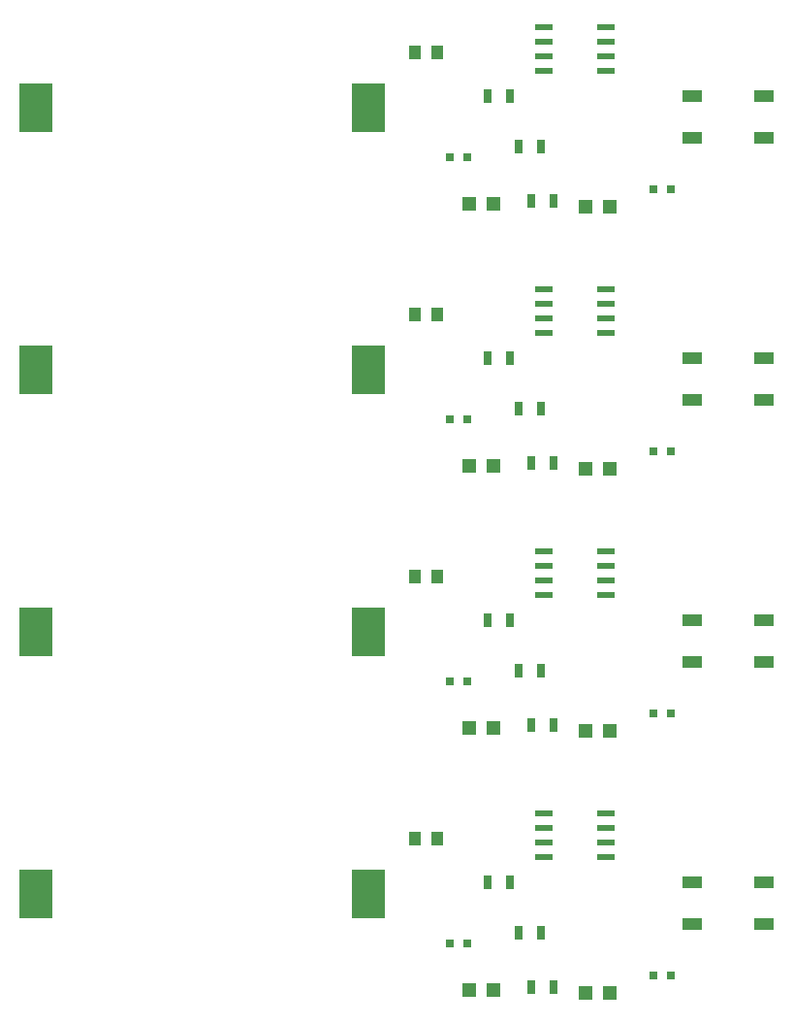
<source format=gtp>
G04 #@! TF.FileFunction,Paste,Top*
%FSLAX46Y46*%
G04 Gerber Fmt 4.6, Leading zero omitted, Abs format (unit mm)*
G04 Created by KiCad (PCBNEW 4.0.5+dfsg1-4) date Tue Jun 30 20:55:17 2020*
%MOMM*%
%LPD*%
G01*
G04 APERTURE LIST*
%ADD10C,0.100000*%
%ADD11R,0.800000X0.750000*%
%ADD12R,0.700000X1.300000*%
%ADD13R,1.198880X1.198880*%
%ADD14R,1.800000X1.100000*%
%ADD15R,1.550000X0.600000*%
%ADD16R,1.000000X1.250000*%
%ADD17R,3.000000X4.200000*%
G04 APERTURE END LIST*
D10*
D11*
X144538000Y-64008000D03*
X146038000Y-64008000D03*
D12*
X150599100Y-63093600D03*
X152499100Y-63093600D03*
X147894000Y-58674000D03*
X149794000Y-58674000D03*
D13*
X148369020Y-68072000D03*
X146270980Y-68072000D03*
X158529020Y-68326000D03*
X156430980Y-68326000D03*
D11*
X162318000Y-66802000D03*
X163818000Y-66802000D03*
D12*
X151704000Y-67818000D03*
X153604000Y-67818000D03*
D14*
X165758000Y-58674000D03*
X171958000Y-58674000D03*
X165758000Y-62374000D03*
X171958000Y-62374000D03*
D15*
X152748000Y-52705000D03*
X152748000Y-53975000D03*
X152748000Y-55245000D03*
X152748000Y-56515000D03*
X158148000Y-56515000D03*
X158148000Y-55245000D03*
X158148000Y-53975000D03*
X158148000Y-52705000D03*
D16*
X141478000Y-54864000D03*
X143478000Y-54864000D03*
D17*
X137414000Y-59690000D03*
X108414000Y-59690000D03*
X137414000Y-82550000D03*
X108414000Y-82550000D03*
D14*
X165758000Y-81534000D03*
X171958000Y-81534000D03*
X165758000Y-85234000D03*
X171958000Y-85234000D03*
D11*
X162318000Y-89662000D03*
X163818000Y-89662000D03*
D16*
X141478000Y-77724000D03*
X143478000Y-77724000D03*
D12*
X147894000Y-81534000D03*
X149794000Y-81534000D03*
D15*
X152748000Y-75565000D03*
X152748000Y-76835000D03*
X152748000Y-78105000D03*
X152748000Y-79375000D03*
X158148000Y-79375000D03*
X158148000Y-78105000D03*
X158148000Y-76835000D03*
X158148000Y-75565000D03*
D11*
X144538000Y-86868000D03*
X146038000Y-86868000D03*
D12*
X151704000Y-90678000D03*
X153604000Y-90678000D03*
X150599100Y-85953600D03*
X152499100Y-85953600D03*
D13*
X148369020Y-90932000D03*
X146270980Y-90932000D03*
X158529020Y-91186000D03*
X156430980Y-91186000D03*
D14*
X165758000Y-104394000D03*
X171958000Y-104394000D03*
X165758000Y-108094000D03*
X171958000Y-108094000D03*
D17*
X137414000Y-105410000D03*
X108414000Y-105410000D03*
D11*
X144538000Y-109728000D03*
X146038000Y-109728000D03*
D16*
X141478000Y-100584000D03*
X143478000Y-100584000D03*
D12*
X147894000Y-104394000D03*
X149794000Y-104394000D03*
D13*
X148369020Y-113792000D03*
X146270980Y-113792000D03*
D15*
X152748000Y-98425000D03*
X152748000Y-99695000D03*
X152748000Y-100965000D03*
X152748000Y-102235000D03*
X158148000Y-102235000D03*
X158148000Y-100965000D03*
X158148000Y-99695000D03*
X158148000Y-98425000D03*
D12*
X151704000Y-113538000D03*
X153604000Y-113538000D03*
X150599100Y-108813600D03*
X152499100Y-108813600D03*
D11*
X162318000Y-112522000D03*
X163818000Y-112522000D03*
D13*
X158529020Y-114046000D03*
X156430980Y-114046000D03*
D17*
X137414000Y-128270000D03*
X108414000Y-128270000D03*
D11*
X144538000Y-132588000D03*
X146038000Y-132588000D03*
X162318000Y-135382000D03*
X163818000Y-135382000D03*
D16*
X141478000Y-123444000D03*
X143478000Y-123444000D03*
D13*
X148369020Y-136652000D03*
X146270980Y-136652000D03*
X158529020Y-136906000D03*
X156430980Y-136906000D03*
D12*
X151704000Y-136398000D03*
X153604000Y-136398000D03*
X147894000Y-127254000D03*
X149794000Y-127254000D03*
X150599100Y-131673600D03*
X152499100Y-131673600D03*
D14*
X165758000Y-127254000D03*
X171958000Y-127254000D03*
X165758000Y-130954000D03*
X171958000Y-130954000D03*
D15*
X152748000Y-121285000D03*
X152748000Y-122555000D03*
X152748000Y-123825000D03*
X152748000Y-125095000D03*
X158148000Y-125095000D03*
X158148000Y-123825000D03*
X158148000Y-122555000D03*
X158148000Y-121285000D03*
M02*

</source>
